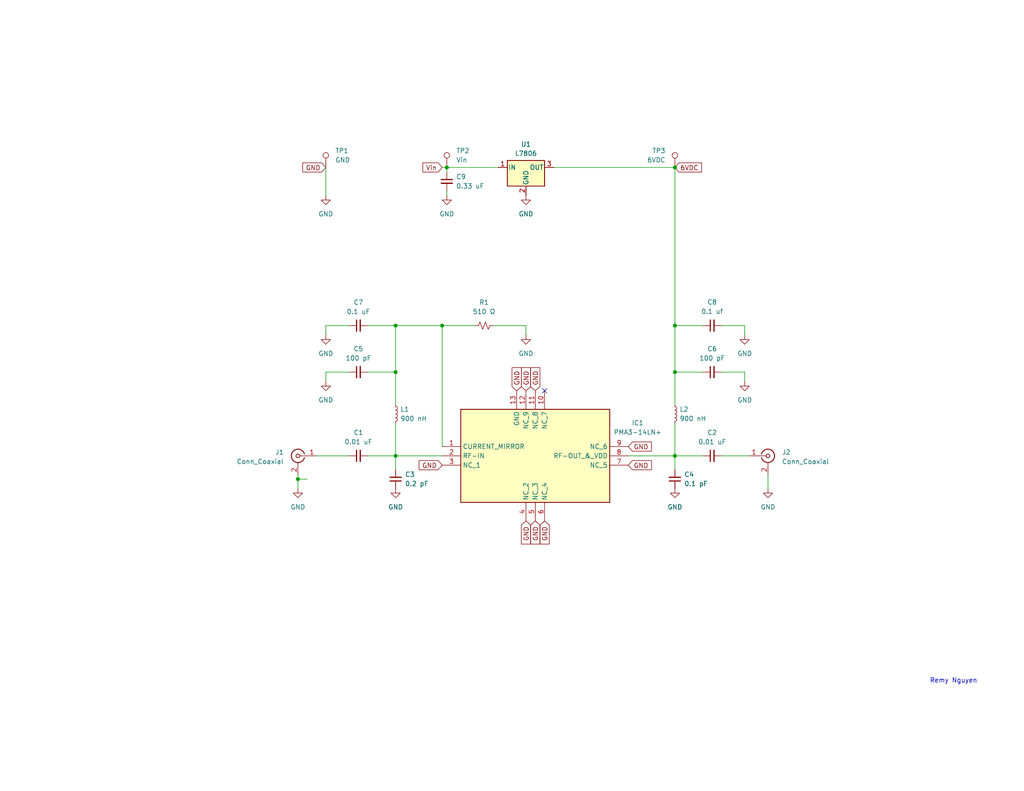
<source format=kicad_sch>
(kicad_sch (version 20230121) (generator eeschema)

  (uuid d268e3ca-8a18-4b0a-ac77-3cbf3521c83a)

  (paper "USLetter")

  (title_block
    (title "50 - 10000 MHz SMT LNA")
    (date "2024-04-10")
    (rev "A")
  )

  (lib_symbols
    (symbol "Connector:Conn_Coaxial" (pin_names (offset 1.016) hide) (in_bom yes) (on_board yes)
      (property "Reference" "J" (at 0.254 3.048 0)
        (effects (font (size 1.27 1.27)))
      )
      (property "Value" "Conn_Coaxial" (at 2.921 0 90)
        (effects (font (size 1.27 1.27)))
      )
      (property "Footprint" "" (at 0 0 0)
        (effects (font (size 1.27 1.27)) hide)
      )
      (property "Datasheet" " ~" (at 0 0 0)
        (effects (font (size 1.27 1.27)) hide)
      )
      (property "ki_keywords" "BNC SMA SMB SMC LEMO coaxial connector CINCH RCA" (at 0 0 0)
        (effects (font (size 1.27 1.27)) hide)
      )
      (property "ki_description" "coaxial connector (BNC, SMA, SMB, SMC, Cinch/RCA, LEMO, ...)" (at 0 0 0)
        (effects (font (size 1.27 1.27)) hide)
      )
      (property "ki_fp_filters" "*BNC* *SMA* *SMB* *SMC* *Cinch* *LEMO*" (at 0 0 0)
        (effects (font (size 1.27 1.27)) hide)
      )
      (symbol "Conn_Coaxial_0_1"
        (arc (start -1.778 -0.508) (mid 0.2311 -1.8066) (end 1.778 0)
          (stroke (width 0.254) (type default))
          (fill (type none))
        )
        (polyline
          (pts
            (xy -2.54 0)
            (xy -0.508 0)
          )
          (stroke (width 0) (type default))
          (fill (type none))
        )
        (polyline
          (pts
            (xy 0 -2.54)
            (xy 0 -1.778)
          )
          (stroke (width 0) (type default))
          (fill (type none))
        )
        (circle (center 0 0) (radius 0.508)
          (stroke (width 0.2032) (type default))
          (fill (type none))
        )
        (arc (start 1.778 0) (mid 0.2099 1.8101) (end -1.778 0.508)
          (stroke (width 0.254) (type default))
          (fill (type none))
        )
      )
      (symbol "Conn_Coaxial_1_1"
        (pin passive line (at -5.08 0 0) (length 2.54)
          (name "In" (effects (font (size 1.27 1.27))))
          (number "1" (effects (font (size 1.27 1.27))))
        )
        (pin passive line (at 0 -5.08 90) (length 2.54)
          (name "Ext" (effects (font (size 1.27 1.27))))
          (number "2" (effects (font (size 1.27 1.27))))
        )
      )
    )
    (symbol "Connector:TestPoint" (pin_numbers hide) (pin_names (offset 0.762) hide) (in_bom yes) (on_board yes)
      (property "Reference" "TP" (at 0 6.858 0)
        (effects (font (size 1.27 1.27)))
      )
      (property "Value" "TestPoint" (at 0 5.08 0)
        (effects (font (size 1.27 1.27)))
      )
      (property "Footprint" "" (at 5.08 0 0)
        (effects (font (size 1.27 1.27)) hide)
      )
      (property "Datasheet" "~" (at 5.08 0 0)
        (effects (font (size 1.27 1.27)) hide)
      )
      (property "ki_keywords" "test point tp" (at 0 0 0)
        (effects (font (size 1.27 1.27)) hide)
      )
      (property "ki_description" "test point" (at 0 0 0)
        (effects (font (size 1.27 1.27)) hide)
      )
      (property "ki_fp_filters" "Pin* Test*" (at 0 0 0)
        (effects (font (size 1.27 1.27)) hide)
      )
      (symbol "TestPoint_0_1"
        (circle (center 0 3.302) (radius 0.762)
          (stroke (width 0) (type default))
          (fill (type none))
        )
      )
      (symbol "TestPoint_1_1"
        (pin passive line (at 0 0 90) (length 2.54)
          (name "1" (effects (font (size 1.27 1.27))))
          (number "1" (effects (font (size 1.27 1.27))))
        )
      )
    )
    (symbol "Device:C_Small" (pin_numbers hide) (pin_names (offset 0.254) hide) (in_bom yes) (on_board yes)
      (property "Reference" "C" (at 0.254 1.778 0)
        (effects (font (size 1.27 1.27)) (justify left))
      )
      (property "Value" "C_Small" (at 0.254 -2.032 0)
        (effects (font (size 1.27 1.27)) (justify left))
      )
      (property "Footprint" "" (at 0 0 0)
        (effects (font (size 1.27 1.27)) hide)
      )
      (property "Datasheet" "~" (at 0 0 0)
        (effects (font (size 1.27 1.27)) hide)
      )
      (property "ki_keywords" "capacitor cap" (at 0 0 0)
        (effects (font (size 1.27 1.27)) hide)
      )
      (property "ki_description" "Unpolarized capacitor, small symbol" (at 0 0 0)
        (effects (font (size 1.27 1.27)) hide)
      )
      (property "ki_fp_filters" "C_*" (at 0 0 0)
        (effects (font (size 1.27 1.27)) hide)
      )
      (symbol "C_Small_0_1"
        (polyline
          (pts
            (xy -1.524 -0.508)
            (xy 1.524 -0.508)
          )
          (stroke (width 0.3302) (type default))
          (fill (type none))
        )
        (polyline
          (pts
            (xy -1.524 0.508)
            (xy 1.524 0.508)
          )
          (stroke (width 0.3048) (type default))
          (fill (type none))
        )
      )
      (symbol "C_Small_1_1"
        (pin passive line (at 0 2.54 270) (length 2.032)
          (name "~" (effects (font (size 1.27 1.27))))
          (number "1" (effects (font (size 1.27 1.27))))
        )
        (pin passive line (at 0 -2.54 90) (length 2.032)
          (name "~" (effects (font (size 1.27 1.27))))
          (number "2" (effects (font (size 1.27 1.27))))
        )
      )
    )
    (symbol "Device:L_Small" (pin_numbers hide) (pin_names (offset 0.254) hide) (in_bom yes) (on_board yes)
      (property "Reference" "L" (at 0.762 1.016 0)
        (effects (font (size 1.27 1.27)) (justify left))
      )
      (property "Value" "L_Small" (at 0.762 -1.016 0)
        (effects (font (size 1.27 1.27)) (justify left))
      )
      (property "Footprint" "" (at 0 0 0)
        (effects (font (size 1.27 1.27)) hide)
      )
      (property "Datasheet" "~" (at 0 0 0)
        (effects (font (size 1.27 1.27)) hide)
      )
      (property "ki_keywords" "inductor choke coil reactor magnetic" (at 0 0 0)
        (effects (font (size 1.27 1.27)) hide)
      )
      (property "ki_description" "Inductor, small symbol" (at 0 0 0)
        (effects (font (size 1.27 1.27)) hide)
      )
      (property "ki_fp_filters" "Choke_* *Coil* Inductor_* L_*" (at 0 0 0)
        (effects (font (size 1.27 1.27)) hide)
      )
      (symbol "L_Small_0_1"
        (arc (start 0 -2.032) (mid 0.5058 -1.524) (end 0 -1.016)
          (stroke (width 0) (type default))
          (fill (type none))
        )
        (arc (start 0 -1.016) (mid 0.5058 -0.508) (end 0 0)
          (stroke (width 0) (type default))
          (fill (type none))
        )
        (arc (start 0 0) (mid 0.5058 0.508) (end 0 1.016)
          (stroke (width 0) (type default))
          (fill (type none))
        )
        (arc (start 0 1.016) (mid 0.5058 1.524) (end 0 2.032)
          (stroke (width 0) (type default))
          (fill (type none))
        )
      )
      (symbol "L_Small_1_1"
        (pin passive line (at 0 2.54 270) (length 0.508)
          (name "~" (effects (font (size 1.27 1.27))))
          (number "1" (effects (font (size 1.27 1.27))))
        )
        (pin passive line (at 0 -2.54 90) (length 0.508)
          (name "~" (effects (font (size 1.27 1.27))))
          (number "2" (effects (font (size 1.27 1.27))))
        )
      )
    )
    (symbol "Device:R_Small_US" (pin_numbers hide) (pin_names (offset 0.254) hide) (in_bom yes) (on_board yes)
      (property "Reference" "R" (at 0.762 0.508 0)
        (effects (font (size 1.27 1.27)) (justify left))
      )
      (property "Value" "R_Small_US" (at 0.762 -1.016 0)
        (effects (font (size 1.27 1.27)) (justify left))
      )
      (property "Footprint" "" (at 0 0 0)
        (effects (font (size 1.27 1.27)) hide)
      )
      (property "Datasheet" "~" (at 0 0 0)
        (effects (font (size 1.27 1.27)) hide)
      )
      (property "ki_keywords" "r resistor" (at 0 0 0)
        (effects (font (size 1.27 1.27)) hide)
      )
      (property "ki_description" "Resistor, small US symbol" (at 0 0 0)
        (effects (font (size 1.27 1.27)) hide)
      )
      (property "ki_fp_filters" "R_*" (at 0 0 0)
        (effects (font (size 1.27 1.27)) hide)
      )
      (symbol "R_Small_US_1_1"
        (polyline
          (pts
            (xy 0 0)
            (xy 1.016 -0.381)
            (xy 0 -0.762)
            (xy -1.016 -1.143)
            (xy 0 -1.524)
          )
          (stroke (width 0) (type default))
          (fill (type none))
        )
        (polyline
          (pts
            (xy 0 1.524)
            (xy 1.016 1.143)
            (xy 0 0.762)
            (xy -1.016 0.381)
            (xy 0 0)
          )
          (stroke (width 0) (type default))
          (fill (type none))
        )
        (pin passive line (at 0 2.54 270) (length 1.016)
          (name "~" (effects (font (size 1.27 1.27))))
          (number "1" (effects (font (size 1.27 1.27))))
        )
        (pin passive line (at 0 -2.54 90) (length 1.016)
          (name "~" (effects (font (size 1.27 1.27))))
          (number "2" (effects (font (size 1.27 1.27))))
        )
      )
    )
    (symbol "PMA3-14LN+:PMA3-14LN+" (in_bom yes) (on_board yes)
      (property "Reference" "IC" (at 46.99 15.24 0)
        (effects (font (size 1.27 1.27)) (justify left top))
      )
      (property "Value" "PMA3-14LN+" (at 46.99 12.7 0)
        (effects (font (size 1.27 1.27)) (justify left top))
      )
      (property "Footprint" "QFN51P300X300X89-13N" (at 46.99 -87.3 0)
        (effects (font (size 1.27 1.27)) (justify left top) hide)
      )
      (property "Datasheet" "https://www.minicircuits.com/WebStore/dashboardPdf?model=PMA3-14LN%2B" (at 46.99 -187.3 0)
        (effects (font (size 1.27 1.27)) (justify left top) hide)
      )
      (property "Height" "0.89" (at 46.99 -387.3 0)
        (effects (font (size 1.27 1.27)) (justify left top) hide)
      )
      (property "Mouser Part Number" "139-PMA3-14LN+" (at 46.99 -487.3 0)
        (effects (font (size 1.27 1.27)) (justify left top) hide)
      )
      (property "Mouser Price/Stock" "https://www.mouser.co.uk/ProductDetail/Mini-Circuits/PMA3-14LN%2b?qs=Znm5pLBrcALRzrMQPGByzA%3D%3D" (at 46.99 -587.3 0)
        (effects (font (size 1.27 1.27)) (justify left top) hide)
      )
      (property "Manufacturer_Name" "Mini-Circuits" (at 46.99 -687.3 0)
        (effects (font (size 1.27 1.27)) (justify left top) hide)
      )
      (property "Manufacturer_Part_Number" "PMA3-14LN+" (at 46.99 -787.3 0)
        (effects (font (size 1.27 1.27)) (justify left top) hide)
      )
      (property "ki_description" "RF Amplifier SMT Low Noise Amplifier, 50 - 10000 MHz, 50ohm" (at 0 0 0)
        (effects (font (size 1.27 1.27)) hide)
      )
      (symbol "PMA3-14LN+_1_1"
        (rectangle (start 5.08 10.16) (end 45.72 -15.24)
          (stroke (width 0.254) (type default))
          (fill (type background))
        )
        (pin passive line (at 0 0 0) (length 5.08)
          (name "CURRENT_MIRROR" (effects (font (size 1.27 1.27))))
          (number "1" (effects (font (size 1.27 1.27))))
        )
        (pin passive line (at 27.94 15.24 270) (length 5.08)
          (name "NC_7" (effects (font (size 1.27 1.27))))
          (number "10" (effects (font (size 1.27 1.27))))
        )
        (pin passive line (at 25.4 15.24 270) (length 5.08)
          (name "NC_8" (effects (font (size 1.27 1.27))))
          (number "11" (effects (font (size 1.27 1.27))))
        )
        (pin passive line (at 22.86 15.24 270) (length 5.08)
          (name "NC_9" (effects (font (size 1.27 1.27))))
          (number "12" (effects (font (size 1.27 1.27))))
        )
        (pin passive line (at 20.32 15.24 270) (length 5.08)
          (name "GND" (effects (font (size 1.27 1.27))))
          (number "13" (effects (font (size 1.27 1.27))))
        )
        (pin passive line (at 0 -2.54 0) (length 5.08)
          (name "RF-IN" (effects (font (size 1.27 1.27))))
          (number "2" (effects (font (size 1.27 1.27))))
        )
        (pin passive line (at 0 -5.08 0) (length 5.08)
          (name "NC_1" (effects (font (size 1.27 1.27))))
          (number "3" (effects (font (size 1.27 1.27))))
        )
        (pin passive line (at 22.86 -20.32 90) (length 5.08)
          (name "NC_2" (effects (font (size 1.27 1.27))))
          (number "4" (effects (font (size 1.27 1.27))))
        )
        (pin passive line (at 25.4 -20.32 90) (length 5.08)
          (name "NC_3" (effects (font (size 1.27 1.27))))
          (number "5" (effects (font (size 1.27 1.27))))
        )
        (pin passive line (at 27.94 -20.32 90) (length 5.08)
          (name "NC_4" (effects (font (size 1.27 1.27))))
          (number "6" (effects (font (size 1.27 1.27))))
        )
        (pin passive line (at 50.8 -5.08 180) (length 5.08)
          (name "NC_5" (effects (font (size 1.27 1.27))))
          (number "7" (effects (font (size 1.27 1.27))))
        )
        (pin passive line (at 50.8 -2.54 180) (length 5.08)
          (name "RF-OUT_&_VDD" (effects (font (size 1.27 1.27))))
          (number "8" (effects (font (size 1.27 1.27))))
        )
        (pin passive line (at 50.8 0 180) (length 5.08)
          (name "NC_6" (effects (font (size 1.27 1.27))))
          (number "9" (effects (font (size 1.27 1.27))))
        )
      )
    )
    (symbol "Regulator_Linear:L7806" (pin_names (offset 0.254)) (in_bom yes) (on_board yes)
      (property "Reference" "U" (at -3.81 3.175 0)
        (effects (font (size 1.27 1.27)))
      )
      (property "Value" "L7806" (at 0 3.175 0)
        (effects (font (size 1.27 1.27)) (justify left))
      )
      (property "Footprint" "" (at 0.635 -3.81 0)
        (effects (font (size 1.27 1.27) italic) (justify left) hide)
      )
      (property "Datasheet" "http://www.st.com/content/ccc/resource/technical/document/datasheet/41/4f/b3/b0/12/d4/47/88/CD00000444.pdf/files/CD00000444.pdf/jcr:content/translations/en.CD00000444.pdf" (at 0 -1.27 0)
        (effects (font (size 1.27 1.27)) hide)
      )
      (property "ki_keywords" "Voltage Regulator 1.5A Positive" (at 0 0 0)
        (effects (font (size 1.27 1.27)) hide)
      )
      (property "ki_description" "Positive 1.5A 35V Linear Regulator, Fixed Output 6V, TO-220/TO-263/TO-252" (at 0 0 0)
        (effects (font (size 1.27 1.27)) hide)
      )
      (property "ki_fp_filters" "TO?252* TO?263* TO?220*" (at 0 0 0)
        (effects (font (size 1.27 1.27)) hide)
      )
      (symbol "L7806_0_1"
        (rectangle (start -5.08 1.905) (end 5.08 -5.08)
          (stroke (width 0.254) (type default))
          (fill (type background))
        )
      )
      (symbol "L7806_1_1"
        (pin power_in line (at -7.62 0 0) (length 2.54)
          (name "IN" (effects (font (size 1.27 1.27))))
          (number "1" (effects (font (size 1.27 1.27))))
        )
        (pin power_in line (at 0 -7.62 90) (length 2.54)
          (name "GND" (effects (font (size 1.27 1.27))))
          (number "2" (effects (font (size 1.27 1.27))))
        )
        (pin power_out line (at 7.62 0 180) (length 2.54)
          (name "OUT" (effects (font (size 1.27 1.27))))
          (number "3" (effects (font (size 1.27 1.27))))
        )
      )
    )
    (symbol "power:GND" (power) (pin_names (offset 0)) (in_bom yes) (on_board yes)
      (property "Reference" "#PWR" (at 0 -6.35 0)
        (effects (font (size 1.27 1.27)) hide)
      )
      (property "Value" "GND" (at 0 -3.81 0)
        (effects (font (size 1.27 1.27)))
      )
      (property "Footprint" "" (at 0 0 0)
        (effects (font (size 1.27 1.27)) hide)
      )
      (property "Datasheet" "" (at 0 0 0)
        (effects (font (size 1.27 1.27)) hide)
      )
      (property "ki_keywords" "global power" (at 0 0 0)
        (effects (font (size 1.27 1.27)) hide)
      )
      (property "ki_description" "Power symbol creates a global label with name \"GND\" , ground" (at 0 0 0)
        (effects (font (size 1.27 1.27)) hide)
      )
      (symbol "GND_0_1"
        (polyline
          (pts
            (xy 0 0)
            (xy 0 -1.27)
            (xy 1.27 -1.27)
            (xy 0 -2.54)
            (xy -1.27 -1.27)
            (xy 0 -1.27)
          )
          (stroke (width 0) (type default))
          (fill (type none))
        )
      )
      (symbol "GND_1_1"
        (pin power_in line (at 0 0 270) (length 0) hide
          (name "GND" (effects (font (size 1.27 1.27))))
          (number "1" (effects (font (size 1.27 1.27))))
        )
      )
    )
  )

  (junction (at 120.65 88.9) (diameter 0) (color 0 0 0 0)
    (uuid 091dce1f-2e0a-470f-a88e-89e8470f351f)
  )
  (junction (at 107.95 101.6) (diameter 0) (color 0 0 0 0)
    (uuid 1584ad79-4838-4966-a948-c50acf0614f2)
  )
  (junction (at 184.15 101.6) (diameter 0) (color 0 0 0 0)
    (uuid 28416086-a323-4aac-a4e2-463aea01c405)
  )
  (junction (at 184.15 45.72) (diameter 0) (color 0 0 0 0)
    (uuid 353bdfa7-be71-4ef6-a625-b7a71ff2c4a0)
  )
  (junction (at 107.95 124.46) (diameter 0) (color 0 0 0 0)
    (uuid 3df6f5d5-94d5-44ab-beb5-ce7ad461bbe8)
  )
  (junction (at 184.15 88.9) (diameter 0) (color 0 0 0 0)
    (uuid 60452d27-a842-4034-99d6-7c32a56d2bf2)
  )
  (junction (at 107.95 88.9) (diameter 0) (color 0 0 0 0)
    (uuid a110a192-4c34-448e-a431-dad3cba127c1)
  )
  (junction (at 121.92 45.72) (diameter 0) (color 0 0 0 0)
    (uuid b28ccbc5-6c58-4b3b-821f-fe464b7b42bb)
  )
  (junction (at 81.28 130.81) (diameter 0) (color 0 0 0 0)
    (uuid d0c7da4b-963b-4341-985c-31224ef18065)
  )
  (junction (at 184.15 124.46) (diameter 0) (color 0 0 0 0)
    (uuid eef56b03-2dee-4c9f-ba2f-fa04bf2e0b5b)
  )

  (no_connect (at 148.59 106.68) (uuid 42a1a5cc-d3dd-46e5-85e3-d4f8cfd46501))

  (wire (pts (xy 121.92 52.07) (xy 121.92 53.34))
    (stroke (width 0) (type default))
    (uuid 006e9ce7-ff74-4044-bafd-9c34330ceb05)
  )
  (wire (pts (xy 196.85 124.46) (xy 204.47 124.46))
    (stroke (width 0) (type default))
    (uuid 011044b7-0f73-4e96-848a-d355beaf3442)
  )
  (wire (pts (xy 143.51 88.9) (xy 143.51 91.44))
    (stroke (width 0) (type default))
    (uuid 020f67d6-f8fb-480a-bf53-bfc042e320ff)
  )
  (wire (pts (xy 120.65 88.9) (xy 120.65 121.92))
    (stroke (width 0) (type default))
    (uuid 0dc1617d-d1d6-4161-a62d-14a57b765fbf)
  )
  (wire (pts (xy 88.9 88.9) (xy 88.9 91.44))
    (stroke (width 0) (type default))
    (uuid 118b1374-6779-4a34-a8ed-90668423a520)
  )
  (wire (pts (xy 121.92 45.72) (xy 121.92 46.99))
    (stroke (width 0) (type default))
    (uuid 147e80a8-ead3-4594-8aaf-cf1f6386f833)
  )
  (wire (pts (xy 196.85 101.6) (xy 203.2 101.6))
    (stroke (width 0) (type default))
    (uuid 14ed9ae8-a512-4547-818e-52afdb1b1275)
  )
  (wire (pts (xy 184.15 88.9) (xy 184.15 101.6))
    (stroke (width 0) (type default))
    (uuid 1608fa16-132c-4a05-8bb2-9b64ee524a97)
  )
  (wire (pts (xy 191.77 101.6) (xy 184.15 101.6))
    (stroke (width 0) (type default))
    (uuid 1a9ad4ef-76ec-4e37-8c51-0a559f32f348)
  )
  (wire (pts (xy 107.95 88.9) (xy 120.65 88.9))
    (stroke (width 0) (type default))
    (uuid 1cd6571c-9083-4da7-b777-d30cd45dee26)
  )
  (wire (pts (xy 151.13 45.72) (xy 184.15 45.72))
    (stroke (width 0) (type default))
    (uuid 213ff435-b6d8-4fde-9ab8-914920da1af9)
  )
  (wire (pts (xy 95.25 88.9) (xy 88.9 88.9))
    (stroke (width 0) (type default))
    (uuid 2261416d-f935-470b-a99c-845634248ef9)
  )
  (wire (pts (xy 203.2 88.9) (xy 203.2 91.44))
    (stroke (width 0) (type default))
    (uuid 3be3b943-1bae-4956-b58d-e5824b1829dd)
  )
  (wire (pts (xy 100.33 101.6) (xy 107.95 101.6))
    (stroke (width 0) (type default))
    (uuid 43079a61-bd62-48d2-b42a-29ec18c675ba)
  )
  (wire (pts (xy 135.89 45.72) (xy 121.92 45.72))
    (stroke (width 0) (type default))
    (uuid 43d71eb9-7ef5-4f45-8f65-47f433fac689)
  )
  (wire (pts (xy 184.15 45.72) (xy 184.15 88.9))
    (stroke (width 0) (type default))
    (uuid 48e4505f-2c19-4ee5-9c4a-f2bb1497f1f2)
  )
  (wire (pts (xy 107.95 88.9) (xy 107.95 101.6))
    (stroke (width 0) (type default))
    (uuid 603c31be-8512-421c-a376-be57237048b7)
  )
  (wire (pts (xy 171.45 124.46) (xy 184.15 124.46))
    (stroke (width 0) (type default))
    (uuid 62a6d962-10fd-4c4c-aa3b-8c47b422732a)
  )
  (wire (pts (xy 100.33 88.9) (xy 107.95 88.9))
    (stroke (width 0) (type default))
    (uuid 6b37bef6-d044-4a28-a517-f0c500b45997)
  )
  (wire (pts (xy 120.65 45.72) (xy 121.92 45.72))
    (stroke (width 0) (type default))
    (uuid 73ef8f6f-f8b7-40f4-8ca2-a237fede0cd9)
  )
  (wire (pts (xy 100.33 124.46) (xy 107.95 124.46))
    (stroke (width 0) (type default))
    (uuid 8406e0a9-e9c6-4cc2-b504-a0df8d6dbe96)
  )
  (wire (pts (xy 107.95 101.6) (xy 107.95 110.49))
    (stroke (width 0) (type default))
    (uuid 887cf43e-2843-437a-af42-3ed7f6e1b4bf)
  )
  (wire (pts (xy 83.82 130.81) (xy 81.28 130.81))
    (stroke (width 0) (type default))
    (uuid 8a022b21-df8b-40b7-8b6f-e4668aef3dcd)
  )
  (wire (pts (xy 107.95 124.46) (xy 120.65 124.46))
    (stroke (width 0) (type default))
    (uuid 8a2aa0b8-9620-4529-b38c-dff42212163b)
  )
  (wire (pts (xy 184.15 124.46) (xy 184.15 128.27))
    (stroke (width 0) (type default))
    (uuid 8d71e0d9-e279-4d70-8248-e83d10de18d3)
  )
  (wire (pts (xy 184.15 101.6) (xy 184.15 110.49))
    (stroke (width 0) (type default))
    (uuid 9fe422d7-fd72-4f2d-aab7-4f2b9726dbe1)
  )
  (wire (pts (xy 95.25 101.6) (xy 88.9 101.6))
    (stroke (width 0) (type default))
    (uuid a2858970-b017-48da-9209-88849e2681a8)
  )
  (wire (pts (xy 134.62 88.9) (xy 143.51 88.9))
    (stroke (width 0) (type default))
    (uuid ace238eb-a232-45ef-953b-50369aa94bad)
  )
  (wire (pts (xy 184.15 115.57) (xy 184.15 124.46))
    (stroke (width 0) (type default))
    (uuid af113067-4869-4e23-ac14-e55227226215)
  )
  (wire (pts (xy 81.28 129.54) (xy 81.28 130.81))
    (stroke (width 0) (type default))
    (uuid b4b7a33a-7085-4b43-9b33-a1e02519eba7)
  )
  (wire (pts (xy 196.85 88.9) (xy 203.2 88.9))
    (stroke (width 0) (type default))
    (uuid ba380b2c-be48-45ed-9eea-c26763593d5e)
  )
  (wire (pts (xy 107.95 124.46) (xy 107.95 128.27))
    (stroke (width 0) (type default))
    (uuid ba4556bb-0440-47f2-ad41-be9b77482f57)
  )
  (wire (pts (xy 88.9 101.6) (xy 88.9 104.14))
    (stroke (width 0) (type default))
    (uuid c161b6e5-b136-4c47-89da-e0b5c5d577e8)
  )
  (wire (pts (xy 86.36 124.46) (xy 95.25 124.46))
    (stroke (width 0) (type default))
    (uuid ca44349a-ec97-4c67-8f77-6a3608e82e62)
  )
  (wire (pts (xy 184.15 124.46) (xy 191.77 124.46))
    (stroke (width 0) (type default))
    (uuid caaa87ab-846c-450f-9007-b8102ccfb530)
  )
  (wire (pts (xy 81.28 130.81) (xy 81.28 133.35))
    (stroke (width 0) (type default))
    (uuid caf3954a-99b8-439f-ad98-d57021b5e850)
  )
  (wire (pts (xy 129.54 88.9) (xy 120.65 88.9))
    (stroke (width 0) (type default))
    (uuid d53646a2-7811-4e43-8d83-afaa99065617)
  )
  (wire (pts (xy 209.55 133.35) (xy 209.55 129.54))
    (stroke (width 0) (type default))
    (uuid ee4a7901-25bb-4916-aab1-3862ab5f4a39)
  )
  (wire (pts (xy 203.2 101.6) (xy 203.2 104.14))
    (stroke (width 0) (type default))
    (uuid f1ce24a1-242a-414f-92a1-7b7a48c21309)
  )
  (wire (pts (xy 88.9 45.72) (xy 88.9 53.34))
    (stroke (width 0) (type default))
    (uuid fb3ccfc3-31c3-4c9a-8c69-ed7be8a0e311)
  )
  (wire (pts (xy 191.77 88.9) (xy 184.15 88.9))
    (stroke (width 0) (type default))
    (uuid fb61a819-ecf5-4d29-9d53-f50adb9e3bf9)
  )
  (wire (pts (xy 107.95 115.57) (xy 107.95 124.46))
    (stroke (width 0) (type default))
    (uuid fc173c0c-b638-4c1e-a6c7-ab4f1b903dae)
  )

  (text "Remy Nguyen" (at 266.7 186.69 0)
    (effects (font (size 1.27 1.27)) (justify right bottom))
    (uuid f33879d0-1aad-46b8-8a1f-43e48ae0ccd5)
  )

  (global_label "GND" (shape input) (at 148.59 142.24 270) (fields_autoplaced)
    (effects (font (size 1.27 1.27)) (justify right))
    (uuid 39fb510b-c098-470f-93a6-231dba5f6fa0)
    (property "Intersheetrefs" "${INTERSHEET_REFS}" (at 148.59 148.3621 90)
      (effects (font (size 1.27 1.27)) (justify right) hide)
    )
  )
  (global_label "GND" (shape input) (at 120.65 127 180) (fields_autoplaced)
    (effects (font (size 1.27 1.27)) (justify right))
    (uuid 4c232aa0-d65e-4bd8-9ea0-87be40be0e87)
    (property "Intersheetrefs" "${INTERSHEET_REFS}" (at 114.5279 127 0)
      (effects (font (size 1.27 1.27)) (justify right) hide)
    )
  )
  (global_label "GND" (shape input) (at 146.05 142.24 270) (fields_autoplaced)
    (effects (font (size 1.27 1.27)) (justify right))
    (uuid 747102a0-95e3-42c8-9641-87071e5af377)
    (property "Intersheetrefs" "${INTERSHEET_REFS}" (at 146.05 148.3621 90)
      (effects (font (size 1.27 1.27)) (justify right) hide)
    )
  )
  (global_label "GND" (shape input) (at 171.45 121.92 0) (fields_autoplaced)
    (effects (font (size 1.27 1.27)) (justify left))
    (uuid 87b9c8b5-568b-4f45-804f-e37818fe6548)
    (property "Intersheetrefs" "${INTERSHEET_REFS}" (at 177.5721 121.92 0)
      (effects (font (size 1.27 1.27)) (justify left) hide)
    )
  )
  (global_label "Vin" (shape input) (at 120.65 45.72 180) (fields_autoplaced)
    (effects (font (size 1.27 1.27)) (justify right))
    (uuid 9858636d-930b-45f3-9759-ad25d94f8ebd)
    (property "Intersheetrefs" "${INTERSHEET_REFS}" (at 115.556 45.72 0)
      (effects (font (size 1.27 1.27)) (justify right) hide)
    )
  )
  (global_label "GND" (shape input) (at 88.9 45.72 180) (fields_autoplaced)
    (effects (font (size 1.27 1.27)) (justify right))
    (uuid 9ef32391-1560-4a7b-a3c9-ae8513d7d2f5)
    (property "Intersheetrefs" "${INTERSHEET_REFS}" (at 82.7779 45.72 0)
      (effects (font (size 1.27 1.27)) (justify right) hide)
    )
  )
  (global_label "GND" (shape input) (at 143.51 106.68 90) (fields_autoplaced)
    (effects (font (size 1.27 1.27)) (justify left))
    (uuid a1609717-949b-4047-a382-249b42ce8c36)
    (property "Intersheetrefs" "${INTERSHEET_REFS}" (at 143.51 100.5579 90)
      (effects (font (size 1.27 1.27)) (justify left) hide)
    )
  )
  (global_label "GND" (shape input) (at 140.97 106.68 90) (fields_autoplaced)
    (effects (font (size 1.27 1.27)) (justify left))
    (uuid a38bf6a5-9739-46b3-aff5-917211e140d6)
    (property "Intersheetrefs" "${INTERSHEET_REFS}" (at 140.97 100.5579 90)
      (effects (font (size 1.27 1.27)) (justify left) hide)
    )
  )
  (global_label "6VDC" (shape input) (at 184.15 45.72 0) (fields_autoplaced)
    (effects (font (size 1.27 1.27)) (justify left))
    (uuid a9984244-85a3-4262-8638-ea520e0fa8af)
    (property "Intersheetrefs" "${INTERSHEET_REFS}" (at 191.2397 45.72 0)
      (effects (font (size 1.27 1.27)) (justify left) hide)
    )
  )
  (global_label "GND" (shape input) (at 171.45 127 0) (fields_autoplaced)
    (effects (font (size 1.27 1.27)) (justify left))
    (uuid adad0b57-9992-4824-8522-c5f2c1602100)
    (property "Intersheetrefs" "${INTERSHEET_REFS}" (at 177.5721 127 0)
      (effects (font (size 1.27 1.27)) (justify left) hide)
    )
  )
  (global_label "GND" (shape input) (at 146.05 106.68 90) (fields_autoplaced)
    (effects (font (size 1.27 1.27)) (justify left))
    (uuid d608e977-5afc-432f-bb41-9104846a616d)
    (property "Intersheetrefs" "${INTERSHEET_REFS}" (at 146.05 100.5579 90)
      (effects (font (size 1.27 1.27)) (justify left) hide)
    )
  )
  (global_label "GND" (shape input) (at 143.51 142.24 270) (fields_autoplaced)
    (effects (font (size 1.27 1.27)) (justify right))
    (uuid f1101c01-6115-4dad-933a-383b1487a633)
    (property "Intersheetrefs" "${INTERSHEET_REFS}" (at 143.51 148.3621 90)
      (effects (font (size 1.27 1.27)) (justify right) hide)
    )
  )

  (symbol (lib_id "Connector:TestPoint") (at 88.9 45.72 0) (unit 1)
    (in_bom yes) (on_board yes) (dnp no) (fields_autoplaced)
    (uuid 02702809-9cf8-4a85-b212-d81680ddcb53)
    (property "Reference" "TP1" (at 91.44 41.148 0)
      (effects (font (size 1.27 1.27)) (justify left))
    )
    (property "Value" "GND" (at 91.44 43.688 0)
      (effects (font (size 1.27 1.27)) (justify left))
    )
    (property "Footprint" "TestPoint:TestPoint_Loop_D2.54mm_Drill1.5mm_Beaded" (at 93.98 45.72 0)
      (effects (font (size 1.27 1.27)) hide)
    )
    (property "Datasheet" "~" (at 93.98 45.72 0)
      (effects (font (size 1.27 1.27)) hide)
    )
    (pin "1" (uuid 91a07d95-06ee-412f-ad02-095cf7dd6688))
    (instances
      (project "PMA3-14LN+"
        (path "/d268e3ca-8a18-4b0a-ac77-3cbf3521c83a"
          (reference "TP1") (unit 1)
        )
      )
    )
  )

  (symbol (lib_id "power:GND") (at 203.2 104.14 0) (unit 1)
    (in_bom yes) (on_board yes) (dnp no) (fields_autoplaced)
    (uuid 071ffd50-cf78-4962-b391-2ec41d55e58c)
    (property "Reference" "#PWR06" (at 203.2 110.49 0)
      (effects (font (size 1.27 1.27)) hide)
    )
    (property "Value" "GND" (at 203.2 109.22 0)
      (effects (font (size 1.27 1.27)))
    )
    (property "Footprint" "" (at 203.2 104.14 0)
      (effects (font (size 1.27 1.27)) hide)
    )
    (property "Datasheet" "" (at 203.2 104.14 0)
      (effects (font (size 1.27 1.27)) hide)
    )
    (pin "1" (uuid 7a3ee844-5788-4479-bafe-ef2a9f2a3d92))
    (instances
      (project "PMA3-14LN+"
        (path "/d268e3ca-8a18-4b0a-ac77-3cbf3521c83a"
          (reference "#PWR06") (unit 1)
        )
      )
    )
  )

  (symbol (lib_id "Device:C_Small") (at 97.79 124.46 90) (unit 1)
    (in_bom yes) (on_board yes) (dnp no) (fields_autoplaced)
    (uuid 096e2447-c956-4d9a-9444-cdcb3eb02489)
    (property "Reference" "C1" (at 97.7963 118.11 90)
      (effects (font (size 1.27 1.27)))
    )
    (property "Value" "0.01 uF" (at 97.7963 120.65 90)
      (effects (font (size 1.27 1.27)))
    )
    (property "Footprint" "Capacitor_SMD:C_0402_1005Metric" (at 97.79 124.46 0)
      (effects (font (size 1.27 1.27)) hide)
    )
    (property "Datasheet" "~" (at 97.79 124.46 0)
      (effects (font (size 1.27 1.27)) hide)
    )
    (pin "1" (uuid 35b93f96-8183-4774-9845-3f0ef7666e3f))
    (pin "2" (uuid 9d1a14bb-3007-41ad-a57a-87539ecf7c9f))
    (instances
      (project "PMA3-14LN+"
        (path "/d268e3ca-8a18-4b0a-ac77-3cbf3521c83a"
          (reference "C1") (unit 1)
        )
      )
    )
  )

  (symbol (lib_id "Device:C_Small") (at 97.79 101.6 90) (unit 1)
    (in_bom yes) (on_board yes) (dnp no) (fields_autoplaced)
    (uuid 0dd79968-0677-468c-9050-8f2cd73679d9)
    (property "Reference" "C5" (at 97.7963 95.25 90)
      (effects (font (size 1.27 1.27)))
    )
    (property "Value" "100 pF" (at 97.7963 97.79 90)
      (effects (font (size 1.27 1.27)))
    )
    (property "Footprint" "Capacitor_SMD:C_0402_1005Metric" (at 97.79 101.6 0)
      (effects (font (size 1.27 1.27)) hide)
    )
    (property "Datasheet" "~" (at 97.79 101.6 0)
      (effects (font (size 1.27 1.27)) hide)
    )
    (pin "1" (uuid f948cff2-fd27-4097-a544-5e15b796c1a5))
    (pin "2" (uuid 22b54968-8556-4a83-a929-a3dd68d41ed1))
    (instances
      (project "PMA3-14LN+"
        (path "/d268e3ca-8a18-4b0a-ac77-3cbf3521c83a"
          (reference "C5") (unit 1)
        )
      )
    )
  )

  (symbol (lib_id "Device:C_Small") (at 184.15 130.81 180) (unit 1)
    (in_bom yes) (on_board yes) (dnp no) (fields_autoplaced)
    (uuid 11e15ae2-368e-4d61-9603-f2c358d598bb)
    (property "Reference" "C4" (at 186.69 129.5336 0)
      (effects (font (size 1.27 1.27)) (justify right))
    )
    (property "Value" "0.1 pF" (at 186.69 132.0736 0)
      (effects (font (size 1.27 1.27)) (justify right))
    )
    (property "Footprint" "Capacitor_SMD:C_0402_1005Metric" (at 184.15 130.81 0)
      (effects (font (size 1.27 1.27)) hide)
    )
    (property "Datasheet" "~" (at 184.15 130.81 0)
      (effects (font (size 1.27 1.27)) hide)
    )
    (pin "1" (uuid 37659718-abb9-438b-84b2-172fa6f1f90f))
    (pin "2" (uuid e0de212b-2786-46ed-9791-956bf507084c))
    (instances
      (project "PMA3-14LN+"
        (path "/d268e3ca-8a18-4b0a-ac77-3cbf3521c83a"
          (reference "C4") (unit 1)
        )
      )
    )
  )

  (symbol (lib_id "power:GND") (at 88.9 91.44 0) (unit 1)
    (in_bom yes) (on_board yes) (dnp no) (fields_autoplaced)
    (uuid 24b7c637-4a30-4308-b346-4f15983cc2de)
    (property "Reference" "#PWR05" (at 88.9 97.79 0)
      (effects (font (size 1.27 1.27)) hide)
    )
    (property "Value" "GND" (at 88.9 96.52 0)
      (effects (font (size 1.27 1.27)))
    )
    (property "Footprint" "" (at 88.9 91.44 0)
      (effects (font (size 1.27 1.27)) hide)
    )
    (property "Datasheet" "" (at 88.9 91.44 0)
      (effects (font (size 1.27 1.27)) hide)
    )
    (pin "1" (uuid e100751f-9ea6-46ac-9a82-23c706b5615b))
    (instances
      (project "PMA3-14LN+"
        (path "/d268e3ca-8a18-4b0a-ac77-3cbf3521c83a"
          (reference "#PWR05") (unit 1)
        )
      )
    )
  )

  (symbol (lib_id "Connector:TestPoint") (at 184.15 45.72 0) (mirror y) (unit 1)
    (in_bom yes) (on_board yes) (dnp no)
    (uuid 24be0d8e-f2f2-472f-bc12-31dde24e3eb0)
    (property "Reference" "TP3" (at 181.61 41.148 0)
      (effects (font (size 1.27 1.27)) (justify left))
    )
    (property "Value" "6VDC" (at 181.61 43.688 0)
      (effects (font (size 1.27 1.27)) (justify left))
    )
    (property "Footprint" "TestPoint:TestPoint_Loop_D2.54mm_Drill1.5mm_Beaded" (at 179.07 45.72 0)
      (effects (font (size 1.27 1.27)) hide)
    )
    (property "Datasheet" "~" (at 179.07 45.72 0)
      (effects (font (size 1.27 1.27)) hide)
    )
    (pin "1" (uuid d9c2d49f-69d9-48d6-b53b-057e342b71f5))
    (instances
      (project "PMA3-14LN+"
        (path "/d268e3ca-8a18-4b0a-ac77-3cbf3521c83a"
          (reference "TP3") (unit 1)
        )
      )
    )
  )

  (symbol (lib_id "power:GND") (at 81.28 133.35 0) (unit 1)
    (in_bom yes) (on_board yes) (dnp no) (fields_autoplaced)
    (uuid 26c3592c-92b2-4566-8c30-e4bcf8e864f7)
    (property "Reference" "#PWR01" (at 81.28 139.7 0)
      (effects (font (size 1.27 1.27)) hide)
    )
    (property "Value" "GND" (at 81.28 138.43 0)
      (effects (font (size 1.27 1.27)))
    )
    (property "Footprint" "" (at 81.28 133.35 0)
      (effects (font (size 1.27 1.27)) hide)
    )
    (property "Datasheet" "" (at 81.28 133.35 0)
      (effects (font (size 1.27 1.27)) hide)
    )
    (pin "1" (uuid 7f4db6bd-3772-4f4f-9dcb-81fd98464de3))
    (instances
      (project "PMA3-14LN+"
        (path "/d268e3ca-8a18-4b0a-ac77-3cbf3521c83a"
          (reference "#PWR01") (unit 1)
        )
      )
    )
  )

  (symbol (lib_id "Device:C_Small") (at 194.31 101.6 90) (unit 1)
    (in_bom yes) (on_board yes) (dnp no) (fields_autoplaced)
    (uuid 283f126b-70a2-4146-bf49-ca1c961b155e)
    (property "Reference" "C6" (at 194.3163 95.25 90)
      (effects (font (size 1.27 1.27)))
    )
    (property "Value" "100 pF" (at 194.3163 97.79 90)
      (effects (font (size 1.27 1.27)))
    )
    (property "Footprint" "Capacitor_SMD:C_0402_1005Metric" (at 194.31 101.6 0)
      (effects (font (size 1.27 1.27)) hide)
    )
    (property "Datasheet" "~" (at 194.31 101.6 0)
      (effects (font (size 1.27 1.27)) hide)
    )
    (pin "1" (uuid db024533-5779-4f29-8a40-0627f864d34b))
    (pin "2" (uuid 1758c142-5598-40bc-9bfc-d4a9c04b59e4))
    (instances
      (project "PMA3-14LN+"
        (path "/d268e3ca-8a18-4b0a-ac77-3cbf3521c83a"
          (reference "C6") (unit 1)
        )
      )
    )
  )

  (symbol (lib_id "Device:C_Small") (at 121.92 49.53 0) (unit 1)
    (in_bom yes) (on_board yes) (dnp no) (fields_autoplaced)
    (uuid 34ff9f5b-6844-44d7-9c66-7078cbcd0c6a)
    (property "Reference" "C9" (at 124.46 48.2663 0)
      (effects (font (size 1.27 1.27)) (justify left))
    )
    (property "Value" "0.33 uF" (at 124.46 50.8063 0)
      (effects (font (size 1.27 1.27)) (justify left))
    )
    (property "Footprint" "Capacitor_SMD:C_0402_1005Metric" (at 121.92 49.53 0)
      (effects (font (size 1.27 1.27)) hide)
    )
    (property "Datasheet" "~" (at 121.92 49.53 0)
      (effects (font (size 1.27 1.27)) hide)
    )
    (pin "1" (uuid 3c168cba-1f55-410b-8d37-9de16e820bcc))
    (pin "2" (uuid 1d3b3463-63cb-4868-9dd7-eaa5bc5eb35c))
    (instances
      (project "PMA3-14LN+"
        (path "/d268e3ca-8a18-4b0a-ac77-3cbf3521c83a"
          (reference "C9") (unit 1)
        )
      )
    )
  )

  (symbol (lib_id "power:GND") (at 184.15 133.35 0) (unit 1)
    (in_bom yes) (on_board yes) (dnp no) (fields_autoplaced)
    (uuid 45edc16f-c808-4fc3-a4f3-fcc1d474a5ad)
    (property "Reference" "#PWR09" (at 184.15 139.7 0)
      (effects (font (size 1.27 1.27)) hide)
    )
    (property "Value" "GND" (at 184.15 138.43 0)
      (effects (font (size 1.27 1.27)))
    )
    (property "Footprint" "" (at 184.15 133.35 0)
      (effects (font (size 1.27 1.27)) hide)
    )
    (property "Datasheet" "" (at 184.15 133.35 0)
      (effects (font (size 1.27 1.27)) hide)
    )
    (pin "1" (uuid d8ca4d09-3628-40b7-be86-050b5d1139f5))
    (instances
      (project "PMA3-14LN+"
        (path "/d268e3ca-8a18-4b0a-ac77-3cbf3521c83a"
          (reference "#PWR09") (unit 1)
        )
      )
    )
  )

  (symbol (lib_id "Device:C_Small") (at 194.31 88.9 90) (unit 1)
    (in_bom yes) (on_board yes) (dnp no) (fields_autoplaced)
    (uuid 530a94cc-4d69-4688-9faf-bbbbfbf66f46)
    (property "Reference" "C8" (at 194.3163 82.4919 90)
      (effects (font (size 1.27 1.27)))
    )
    (property "Value" "0.1 uf" (at 194.3163 85.0319 90)
      (effects (font (size 1.27 1.27)))
    )
    (property "Footprint" "Capacitor_SMD:C_0402_1005Metric" (at 194.31 88.9 0)
      (effects (font (size 1.27 1.27)) hide)
    )
    (property "Datasheet" "~" (at 194.31 88.9 0)
      (effects (font (size 1.27 1.27)) hide)
    )
    (pin "1" (uuid 365a4c9e-eaf9-4dde-b1a4-bdf240f5fbdd))
    (pin "2" (uuid 10aa289e-ee23-4440-b02b-af5a3805907f))
    (instances
      (project "PMA3-14LN+"
        (path "/d268e3ca-8a18-4b0a-ac77-3cbf3521c83a"
          (reference "C8") (unit 1)
        )
      )
    )
  )

  (symbol (lib_id "Regulator_Linear:L7806") (at 143.51 45.72 0) (unit 1)
    (in_bom yes) (on_board yes) (dnp no) (fields_autoplaced)
    (uuid 5a26ce53-fd0c-4146-a8df-ab8490c1a20a)
    (property "Reference" "U1" (at 143.51 39.37 0)
      (effects (font (size 1.27 1.27)))
    )
    (property "Value" "L7806" (at 143.51 41.91 0)
      (effects (font (size 1.27 1.27)))
    )
    (property "Footprint" "Package_TO_SOT_SMD:TO-263-2" (at 144.145 49.53 0)
      (effects (font (size 1.27 1.27) italic) (justify left) hide)
    )
    (property "Datasheet" "http://www.st.com/content/ccc/resource/technical/document/datasheet/41/4f/b3/b0/12/d4/47/88/CD00000444.pdf/files/CD00000444.pdf/jcr:content/translations/en.CD00000444.pdf" (at 143.51 46.99 0)
      (effects (font (size 1.27 1.27)) hide)
    )
    (pin "1" (uuid c99f11d7-7adf-4816-ac74-4011b54aae5d))
    (pin "2" (uuid 58f21fd1-51a2-4a09-bdd0-8f1672d4404c))
    (pin "3" (uuid 06f60a8b-a651-462f-9726-abee0962b754))
    (instances
      (project "PMA3-14LN+"
        (path "/d268e3ca-8a18-4b0a-ac77-3cbf3521c83a"
          (reference "U1") (unit 1)
        )
      )
    )
  )

  (symbol (lib_id "power:GND") (at 88.9 53.34 0) (unit 1)
    (in_bom yes) (on_board yes) (dnp no) (fields_autoplaced)
    (uuid 5d4dfe46-6726-4c6d-92b2-16b7b028f017)
    (property "Reference" "#PWR012" (at 88.9 59.69 0)
      (effects (font (size 1.27 1.27)) hide)
    )
    (property "Value" "GND" (at 88.9 58.42 0)
      (effects (font (size 1.27 1.27)))
    )
    (property "Footprint" "" (at 88.9 53.34 0)
      (effects (font (size 1.27 1.27)) hide)
    )
    (property "Datasheet" "" (at 88.9 53.34 0)
      (effects (font (size 1.27 1.27)) hide)
    )
    (pin "1" (uuid 481081fb-b0e3-4526-8f1d-c7cb39f4726b))
    (instances
      (project "PMA3-14LN+"
        (path "/d268e3ca-8a18-4b0a-ac77-3cbf3521c83a"
          (reference "#PWR012") (unit 1)
        )
      )
    )
  )

  (symbol (lib_id "Connector:Conn_Coaxial") (at 81.28 124.46 0) (mirror y) (unit 1)
    (in_bom yes) (on_board yes) (dnp no)
    (uuid 6e71af1e-2178-41c8-952c-ebb62b14a4da)
    (property "Reference" "J1" (at 77.47 123.4832 0)
      (effects (font (size 1.27 1.27)) (justify left))
    )
    (property "Value" "Conn_Coaxial" (at 77.47 126.0232 0)
      (effects (font (size 1.27 1.27)) (justify left))
    )
    (property "Footprint" "footprints:SMA_Molex_73251-1153_EdgeMount_Horizontal_TunedOSH" (at 81.28 124.46 0)
      (effects (font (size 1.27 1.27)) hide)
    )
    (property "Datasheet" " ~" (at 81.28 124.46 0)
      (effects (font (size 1.27 1.27)) hide)
    )
    (pin "1" (uuid fbdc0724-a5b0-437b-b175-9161bf455e19))
    (pin "2" (uuid 21625a18-24e4-4d4a-aa7e-47bf8f6f2328))
    (instances
      (project "PMA3-14LN+"
        (path "/d268e3ca-8a18-4b0a-ac77-3cbf3521c83a"
          (reference "J1") (unit 1)
        )
      )
    )
  )

  (symbol (lib_id "Device:C_Small") (at 107.95 130.81 180) (unit 1)
    (in_bom yes) (on_board yes) (dnp no) (fields_autoplaced)
    (uuid 7400be80-d0e7-4f24-ac1d-6ee4b3488e6a)
    (property "Reference" "C3" (at 110.49 129.5336 0)
      (effects (font (size 1.27 1.27)) (justify right))
    )
    (property "Value" "0.2 pF" (at 110.49 132.0736 0)
      (effects (font (size 1.27 1.27)) (justify right))
    )
    (property "Footprint" "Capacitor_SMD:C_0402_1005Metric" (at 107.95 130.81 0)
      (effects (font (size 1.27 1.27)) hide)
    )
    (property "Datasheet" "~" (at 107.95 130.81 0)
      (effects (font (size 1.27 1.27)) hide)
    )
    (pin "1" (uuid d63bd7f8-3c95-4e53-a435-2b580aaa416f))
    (pin "2" (uuid 1bae92a7-6598-4383-974d-e43be87d9bbb))
    (instances
      (project "PMA3-14LN+"
        (path "/d268e3ca-8a18-4b0a-ac77-3cbf3521c83a"
          (reference "C3") (unit 1)
        )
      )
    )
  )

  (symbol (lib_id "PMA3-14LN+:PMA3-14LN+") (at 120.65 121.92 0) (unit 1)
    (in_bom yes) (on_board yes) (dnp no)
    (uuid 77bbb0d2-73ac-4662-b101-218e128b3c75)
    (property "Reference" "IC1" (at 173.99 115.4683 0)
      (effects (font (size 1.27 1.27)))
    )
    (property "Value" "PMA3-14LN+" (at 173.99 118.0083 0)
      (effects (font (size 1.27 1.27)))
    )
    (property "Footprint" "Mini-Circuits:QFN51P300X300X89-13N" (at 167.64 209.22 0)
      (effects (font (size 1.27 1.27)) (justify left top) hide)
    )
    (property "Datasheet" "https://www.minicircuits.com/WebStore/dashboardPdf?model=PMA3-14LN%2B" (at 167.64 309.22 0)
      (effects (font (size 1.27 1.27)) (justify left top) hide)
    )
    (property "Height" "0.89" (at 167.64 509.22 0)
      (effects (font (size 1.27 1.27)) (justify left top) hide)
    )
    (property "Mouser Part Number" "139-PMA3-14LN+" (at 167.64 609.22 0)
      (effects (font (size 1.27 1.27)) (justify left top) hide)
    )
    (property "Mouser Price/Stock" "https://www.mouser.co.uk/ProductDetail/Mini-Circuits/PMA3-14LN%2b?qs=Znm5pLBrcALRzrMQPGByzA%3D%3D" (at 167.64 709.22 0)
      (effects (font (size 1.27 1.27)) (justify left top) hide)
    )
    (property "Manufacturer_Name" "Mini-Circuits" (at 167.64 809.22 0)
      (effects (font (size 1.27 1.27)) (justify left top) hide)
    )
    (property "Manufacturer_Part_Number" "PMA3-14LN+" (at 167.64 909.22 0)
      (effects (font (size 1.27 1.27)) (justify left top) hide)
    )
    (pin "1" (uuid d2a4c72b-f6e3-4f0d-82af-0ecdcaa68414))
    (pin "10" (uuid 604b1ae5-48ed-463a-b5a5-7194e640ea95))
    (pin "11" (uuid 85c39d3b-109d-4846-80e3-001290129814))
    (pin "12" (uuid 3f39bdbf-6908-4740-88d5-06da4c529559))
    (pin "13" (uuid 98337bff-05c9-4e4c-a668-fc024f9ca30c))
    (pin "2" (uuid 2df2e5fd-5e74-4379-8c2d-bba8a675b465))
    (pin "3" (uuid 80ec0f70-4bab-428f-af58-819386db3294))
    (pin "4" (uuid 694a06b5-ba12-4720-a704-f089b9f8ff50))
    (pin "5" (uuid 961c5cf5-1906-4341-9a08-19fbe50dbd4d))
    (pin "6" (uuid 152d5505-e7b8-4892-b254-de487ac380cd))
    (pin "7" (uuid b316c32c-9fd0-4f43-a692-ede50727ae41))
    (pin "8" (uuid cbbf3a4a-9075-4df3-8c36-258300a54d99))
    (pin "9" (uuid bf614892-71e3-42f7-af72-062130616153))
    (instances
      (project "PMA3-14LN+"
        (path "/d268e3ca-8a18-4b0a-ac77-3cbf3521c83a"
          (reference "IC1") (unit 1)
        )
      )
    )
  )

  (symbol (lib_id "power:GND") (at 143.51 53.34 0) (unit 1)
    (in_bom yes) (on_board yes) (dnp no) (fields_autoplaced)
    (uuid 86387158-f40a-482f-9bff-8ca2274ebb33)
    (property "Reference" "#PWR010" (at 143.51 59.69 0)
      (effects (font (size 1.27 1.27)) hide)
    )
    (property "Value" "GND" (at 143.51 58.42 0)
      (effects (font (size 1.27 1.27)))
    )
    (property "Footprint" "" (at 143.51 53.34 0)
      (effects (font (size 1.27 1.27)) hide)
    )
    (property "Datasheet" "" (at 143.51 53.34 0)
      (effects (font (size 1.27 1.27)) hide)
    )
    (pin "1" (uuid 32edc993-95cf-4641-bcc2-4beb4c5e9b21))
    (instances
      (project "PMA3-14LN+"
        (path "/d268e3ca-8a18-4b0a-ac77-3cbf3521c83a"
          (reference "#PWR010") (unit 1)
        )
      )
    )
  )

  (symbol (lib_id "power:GND") (at 203.2 91.44 0) (unit 1)
    (in_bom yes) (on_board yes) (dnp no) (fields_autoplaced)
    (uuid 887edb45-c6d8-4282-8ff1-e542c038bc50)
    (property "Reference" "#PWR07" (at 203.2 97.79 0)
      (effects (font (size 1.27 1.27)) hide)
    )
    (property "Value" "GND" (at 203.2 96.52 0)
      (effects (font (size 1.27 1.27)))
    )
    (property "Footprint" "" (at 203.2 91.44 0)
      (effects (font (size 1.27 1.27)) hide)
    )
    (property "Datasheet" "" (at 203.2 91.44 0)
      (effects (font (size 1.27 1.27)) hide)
    )
    (pin "1" (uuid a238f738-cfe9-42f9-a9b9-a482fe1f8534))
    (instances
      (project "PMA3-14LN+"
        (path "/d268e3ca-8a18-4b0a-ac77-3cbf3521c83a"
          (reference "#PWR07") (unit 1)
        )
      )
    )
  )

  (symbol (lib_id "power:GND") (at 121.92 53.34 0) (unit 1)
    (in_bom yes) (on_board yes) (dnp no) (fields_autoplaced)
    (uuid 8efd249b-9b08-4753-a6b6-b6ed511e77c2)
    (property "Reference" "#PWR011" (at 121.92 59.69 0)
      (effects (font (size 1.27 1.27)) hide)
    )
    (property "Value" "GND" (at 121.92 58.42 0)
      (effects (font (size 1.27 1.27)))
    )
    (property "Footprint" "" (at 121.92 53.34 0)
      (effects (font (size 1.27 1.27)) hide)
    )
    (property "Datasheet" "" (at 121.92 53.34 0)
      (effects (font (size 1.27 1.27)) hide)
    )
    (pin "1" (uuid c3a14a07-8631-4c68-867c-15c2f4674c5a))
    (instances
      (project "PMA3-14LN+"
        (path "/d268e3ca-8a18-4b0a-ac77-3cbf3521c83a"
          (reference "#PWR011") (unit 1)
        )
      )
    )
  )

  (symbol (lib_id "Device:L_Small") (at 184.15 113.03 0) (unit 1)
    (in_bom yes) (on_board yes) (dnp no) (fields_autoplaced)
    (uuid 96cb176f-07b6-4520-b42d-21c012fe01e9)
    (property "Reference" "L2" (at 185.42 111.76 0)
      (effects (font (size 1.27 1.27)) (justify left))
    )
    (property "Value" "900 nH" (at 185.42 114.3 0)
      (effects (font (size 1.27 1.27)) (justify left))
    )
    (property "Footprint" "Inductor_SMD:L_0805_2012Metric" (at 184.15 113.03 0)
      (effects (font (size 1.27 1.27)) hide)
    )
    (property "Datasheet" "~" (at 184.15 113.03 0)
      (effects (font (size 1.27 1.27)) hide)
    )
    (pin "1" (uuid 45b8c2a6-c9e5-4b40-a5d6-95e8627eb428))
    (pin "2" (uuid 182c12cd-ad23-4d4b-962a-2cdbb5a3c1e7))
    (instances
      (project "PMA3-14LN+"
        (path "/d268e3ca-8a18-4b0a-ac77-3cbf3521c83a"
          (reference "L2") (unit 1)
        )
      )
    )
  )

  (symbol (lib_id "Device:C_Small") (at 194.31 124.46 90) (unit 1)
    (in_bom yes) (on_board yes) (dnp no) (fields_autoplaced)
    (uuid 9b2e22d6-feee-49c2-8b73-e30641204b09)
    (property "Reference" "C2" (at 194.3163 118.11 90)
      (effects (font (size 1.27 1.27)))
    )
    (property "Value" "0.01 uF" (at 194.3163 120.65 90)
      (effects (font (size 1.27 1.27)))
    )
    (property "Footprint" "Capacitor_SMD:C_0402_1005Metric" (at 194.31 124.46 0)
      (effects (font (size 1.27 1.27)) hide)
    )
    (property "Datasheet" "~" (at 194.31 124.46 0)
      (effects (font (size 1.27 1.27)) hide)
    )
    (pin "1" (uuid 5ffce338-7c0f-4f2b-88b9-8f49ed827814))
    (pin "2" (uuid ec427839-ee93-43eb-acd9-c7028f7c9b95))
    (instances
      (project "PMA3-14LN+"
        (path "/d268e3ca-8a18-4b0a-ac77-3cbf3521c83a"
          (reference "C2") (unit 1)
        )
      )
    )
  )

  (symbol (lib_id "Device:L_Small") (at 107.95 113.03 0) (unit 1)
    (in_bom yes) (on_board yes) (dnp no) (fields_autoplaced)
    (uuid ae26fcba-638f-46cd-a2c1-e2edb0d8dc44)
    (property "Reference" "L1" (at 109.22 111.76 0)
      (effects (font (size 1.27 1.27)) (justify left))
    )
    (property "Value" "900 nH" (at 109.22 114.3 0)
      (effects (font (size 1.27 1.27)) (justify left))
    )
    (property "Footprint" "Inductor_SMD:L_0805_2012Metric" (at 107.95 113.03 0)
      (effects (font (size 1.27 1.27)) hide)
    )
    (property "Datasheet" "~" (at 107.95 113.03 0)
      (effects (font (size 1.27 1.27)) hide)
    )
    (pin "1" (uuid 3405b0fe-7066-4615-b134-0ebb9927257c))
    (pin "2" (uuid 0e17777b-86ed-4293-9cab-2ab6502efe49))
    (instances
      (project "PMA3-14LN+"
        (path "/d268e3ca-8a18-4b0a-ac77-3cbf3521c83a"
          (reference "L1") (unit 1)
        )
      )
    )
  )

  (symbol (lib_id "Connector:TestPoint") (at 121.92 45.72 0) (unit 1)
    (in_bom yes) (on_board yes) (dnp no) (fields_autoplaced)
    (uuid b266a01f-fa4f-47ad-8c17-9b53e34d617a)
    (property "Reference" "TP2" (at 124.46 41.148 0)
      (effects (font (size 1.27 1.27)) (justify left))
    )
    (property "Value" "Vin" (at 124.46 43.688 0)
      (effects (font (size 1.27 1.27)) (justify left))
    )
    (property "Footprint" "TestPoint:TestPoint_Loop_D2.54mm_Drill1.5mm_Beaded" (at 127 45.72 0)
      (effects (font (size 1.27 1.27)) hide)
    )
    (property "Datasheet" "~" (at 127 45.72 0)
      (effects (font (size 1.27 1.27)) hide)
    )
    (pin "1" (uuid dfb665b6-a518-4614-8ac8-aeeda78449cf))
    (instances
      (project "PMA3-14LN+"
        (path "/d268e3ca-8a18-4b0a-ac77-3cbf3521c83a"
          (reference "TP2") (unit 1)
        )
      )
    )
  )

  (symbol (lib_id "power:GND") (at 143.51 91.44 0) (unit 1)
    (in_bom yes) (on_board yes) (dnp no) (fields_autoplaced)
    (uuid b3ad98dd-a8bd-49a6-a28e-5109fc6700ff)
    (property "Reference" "#PWR08" (at 143.51 97.79 0)
      (effects (font (size 1.27 1.27)) hide)
    )
    (property "Value" "GND" (at 143.51 96.52 0)
      (effects (font (size 1.27 1.27)))
    )
    (property "Footprint" "" (at 143.51 91.44 0)
      (effects (font (size 1.27 1.27)) hide)
    )
    (property "Datasheet" "" (at 143.51 91.44 0)
      (effects (font (size 1.27 1.27)) hide)
    )
    (pin "1" (uuid 5a8a470c-35c4-44a5-b358-f3b9cf362b09))
    (instances
      (project "PMA3-14LN+"
        (path "/d268e3ca-8a18-4b0a-ac77-3cbf3521c83a"
          (reference "#PWR08") (unit 1)
        )
      )
    )
  )

  (symbol (lib_id "Device:R_Small_US") (at 132.08 88.9 90) (unit 1)
    (in_bom yes) (on_board yes) (dnp no) (fields_autoplaced)
    (uuid c9eb155a-fd1c-48a3-927c-e598eb2dccb8)
    (property "Reference" "R1" (at 132.08 82.55 90)
      (effects (font (size 1.27 1.27)))
    )
    (property "Value" "510 Ω" (at 132.08 85.09 90)
      (effects (font (size 1.27 1.27)))
    )
    (property "Footprint" "Resistor_SMD:R_0805_2012Metric" (at 132.08 88.9 0)
      (effects (font (size 1.27 1.27)) hide)
    )
    (property "Datasheet" "~" (at 132.08 88.9 0)
      (effects (font (size 1.27 1.27)) hide)
    )
    (pin "1" (uuid a35621cb-f37d-46f5-97b5-0c41bbcd38a9))
    (pin "2" (uuid ba1dc265-2063-46f7-a504-bd09ce59a4c4))
    (instances
      (project "PMA3-14LN+"
        (path "/d268e3ca-8a18-4b0a-ac77-3cbf3521c83a"
          (reference "R1") (unit 1)
        )
      )
    )
  )

  (symbol (lib_id "power:GND") (at 88.9 104.14 0) (unit 1)
    (in_bom yes) (on_board yes) (dnp no) (fields_autoplaced)
    (uuid cc3ac41b-e625-4c86-bd90-5d8d0216a41c)
    (property "Reference" "#PWR04" (at 88.9 110.49 0)
      (effects (font (size 1.27 1.27)) hide)
    )
    (property "Value" "GND" (at 88.9 109.22 0)
      (effects (font (size 1.27 1.27)))
    )
    (property "Footprint" "" (at 88.9 104.14 0)
      (effects (font (size 1.27 1.27)) hide)
    )
    (property "Datasheet" "" (at 88.9 104.14 0)
      (effects (font (size 1.27 1.27)) hide)
    )
    (pin "1" (uuid 0331199d-ad2c-4ade-85ec-263c5975fd79))
    (instances
      (project "PMA3-14LN+"
        (path "/d268e3ca-8a18-4b0a-ac77-3cbf3521c83a"
          (reference "#PWR04") (unit 1)
        )
      )
    )
  )

  (symbol (lib_id "Device:C_Small") (at 97.79 88.9 90) (unit 1)
    (in_bom yes) (on_board yes) (dnp no) (fields_autoplaced)
    (uuid de84455e-fb80-4639-8c8a-cd87d781136d)
    (property "Reference" "C7" (at 97.7963 82.55 90)
      (effects (font (size 1.27 1.27)))
    )
    (property "Value" "0.1 uF" (at 97.7963 85.09 90)
      (effects (font (size 1.27 1.27)))
    )
    (property "Footprint" "Capacitor_SMD:C_0402_1005Metric" (at 97.79 88.9 0)
      (effects (font (size 1.27 1.27)) hide)
    )
    (property "Datasheet" "~" (at 97.79 88.9 0)
      (effects (font (size 1.27 1.27)) hide)
    )
    (pin "1" (uuid 0df4fff6-e316-45e5-acb6-0cde2a63ca46))
    (pin "2" (uuid eab67892-6442-4c6c-84b8-f5b0fa715a30))
    (instances
      (project "PMA3-14LN+"
        (path "/d268e3ca-8a18-4b0a-ac77-3cbf3521c83a"
          (reference "C7") (unit 1)
        )
      )
    )
  )

  (symbol (lib_id "power:GND") (at 209.55 133.35 0) (unit 1)
    (in_bom yes) (on_board yes) (dnp no) (fields_autoplaced)
    (uuid f2e373e4-f574-4cd1-8121-4847efaae2de)
    (property "Reference" "#PWR02" (at 209.55 139.7 0)
      (effects (font (size 1.27 1.27)) hide)
    )
    (property "Value" "GND" (at 209.55 138.43 0)
      (effects (font (size 1.27 1.27)))
    )
    (property "Footprint" "" (at 209.55 133.35 0)
      (effects (font (size 1.27 1.27)) hide)
    )
    (property "Datasheet" "" (at 209.55 133.35 0)
      (effects (font (size 1.27 1.27)) hide)
    )
    (pin "1" (uuid 268a350c-4dbd-43d7-82fa-958d87384aad))
    (instances
      (project "PMA3-14LN+"
        (path "/d268e3ca-8a18-4b0a-ac77-3cbf3521c83a"
          (reference "#PWR02") (unit 1)
        )
      )
    )
  )

  (symbol (lib_id "Connector:Conn_Coaxial") (at 209.55 124.46 0) (unit 1)
    (in_bom yes) (on_board yes) (dnp no)
    (uuid f64562ef-e0cd-4921-a5ef-88464fcf0c2d)
    (property "Reference" "J2" (at 213.36 123.4832 0)
      (effects (font (size 1.27 1.27)) (justify left))
    )
    (property "Value" "Conn_Coaxial" (at 213.36 126.0232 0)
      (effects (font (size 1.27 1.27)) (justify left))
    )
    (property "Footprint" "footprints:SMA_Molex_73251-1153_EdgeMount_Horizontal_TunedOSH" (at 209.55 124.46 0)
      (effects (font (size 1.27 1.27)) hide)
    )
    (property "Datasheet" " ~" (at 209.55 124.46 0)
      (effects (font (size 1.27 1.27)) hide)
    )
    (pin "1" (uuid 47cfdc92-3005-4b84-8b2c-f6f77a6a6ca2))
    (pin "2" (uuid 172b29f3-d7c6-4c50-a903-fe4301a7fef2))
    (instances
      (project "PMA3-14LN+"
        (path "/d268e3ca-8a18-4b0a-ac77-3cbf3521c83a"
          (reference "J2") (unit 1)
        )
      )
    )
  )

  (symbol (lib_id "power:GND") (at 107.95 133.35 0) (unit 1)
    (in_bom yes) (on_board yes) (dnp no) (fields_autoplaced)
    (uuid f8e4c339-08f3-4882-88f5-389fe0bf0c13)
    (property "Reference" "#PWR03" (at 107.95 139.7 0)
      (effects (font (size 1.27 1.27)) hide)
    )
    (property "Value" "GND" (at 107.95 138.43 0)
      (effects (font (size 1.27 1.27)))
    )
    (property "Footprint" "" (at 107.95 133.35 0)
      (effects (font (size 1.27 1.27)) hide)
    )
    (property "Datasheet" "" (at 107.95 133.35 0)
      (effects (font (size 1.27 1.27)) hide)
    )
    (pin "1" (uuid baba522d-4dd0-429b-910b-688b6fcd56a4))
    (instances
      (project "PMA3-14LN+"
        (path "/d268e3ca-8a18-4b0a-ac77-3cbf3521c83a"
          (reference "#PWR03") (unit 1)
        )
      )
    )
  )

  (sheet_instances
    (path "/" (page "1"))
  )
)

</source>
